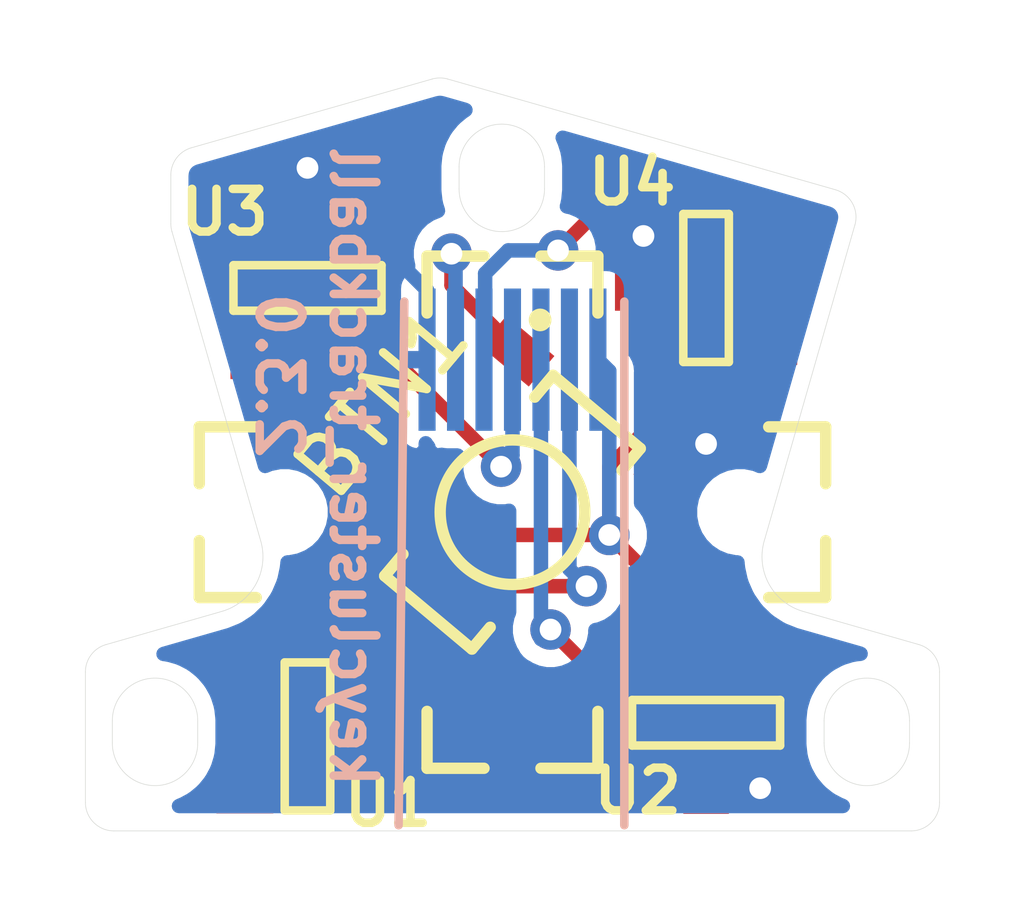
<source format=kicad_pcb>
(kicad_pcb (version 20171130) (host pcbnew 5.1.9-73d0e3b20d~88~ubuntu20.04.1)

  (general
    (thickness 1.6)
    (drawings 40)
    (tracks 64)
    (zones 0)
    (modules 7)
    (nets 8)
  )

  (page A3)
  (title_block
    (title "UHK Key Cluster Module - Trackball Board")
    (rev 2.3.0)
    (company "Ultimate Gadget Laboratories Kft.")
  )

  (layers
    (0 F.Cu signal)
    (31 B.Cu signal)
    (32 B.Adhes user)
    (33 F.Adhes user)
    (34 B.Paste user)
    (35 F.Paste user)
    (36 B.SilkS user)
    (37 F.SilkS user)
    (38 B.Mask user)
    (39 F.Mask user)
    (40 Dwgs.User user)
    (41 Cmts.User user)
    (42 Eco1.User user)
    (43 Eco2.User user hide)
    (44 Edge.Cuts user)
    (45 Margin user)
    (46 B.CrtYd user)
    (47 F.CrtYd user)
  )

  (setup
    (last_trace_width 0.2032)
    (user_trace_width 0.2032)
    (user_trace_width 0.254)
    (user_trace_width 0.3048)
    (user_trace_width 0.381)
    (trace_clearance 0.2032)
    (zone_clearance 0.3048)
    (zone_45_only no)
    (trace_min 0.2032)
    (via_size 1.0668)
    (via_drill 0.7112)
    (via_min_size 0.7112)
    (via_min_drill 0.381)
    (user_via 0.7112 0.381)
    (user_via 1.0668 0.7112)
    (uvia_size 0.7112)
    (uvia_drill 0.381)
    (uvias_allowed no)
    (uvia_min_size 0.508)
    (uvia_min_drill 0.127)
    (edge_width 0.01)
    (segment_width 0.1)
    (pcb_text_width 0.3)
    (pcb_text_size 1.5 1.5)
    (mod_edge_width 0.15)
    (mod_text_size 0.75 0.75)
    (mod_text_width 0.15)
    (pad_size 1.2 2.6)
    (pad_drill 0)
    (pad_to_mask_clearance 0)
    (aux_axis_origin 0 0)
    (visible_elements 7FFFEF7F)
    (pcbplotparams
      (layerselection 0x010fc_ffffffff)
      (usegerberextensions false)
      (usegerberattributes false)
      (usegerberadvancedattributes false)
      (creategerberjobfile false)
      (excludeedgelayer true)
      (linewidth 0.150000)
      (plotframeref false)
      (viasonmask false)
      (mode 1)
      (useauxorigin false)
      (hpglpennumber 1)
      (hpglpenspeed 20)
      (hpglpendiameter 15.000000)
      (psnegative false)
      (psa4output false)
      (plotreference true)
      (plotvalue true)
      (plotinvisibletext false)
      (padsonsilk false)
      (subtractmaskfromsilk true)
      (outputformat 1)
      (mirror false)
      (drillshape 0)
      (scaleselection 1)
      (outputdirectory "gerbers"))
  )

  (net 0 "")
  (net 1 GND)
  (net 2 /TB_BTN)
  (net 3 /TB_LEFT)
  (net 4 +3V3)
  (net 5 /TB_DOWN)
  (net 6 /TB_UP)
  (net 7 /TB_RIGHT)

  (net_class Default "This is the default net class."
    (clearance 0.2032)
    (trace_width 0.2032)
    (via_dia 1.0668)
    (via_drill 0.7112)
    (uvia_dia 0.7112)
    (uvia_drill 0.381)
    (diff_pair_width 0.254)
    (diff_pair_gap 0.254)
    (add_net +3V3)
    (add_net /TB_BTN)
    (add_net /TB_DOWN)
    (add_net /TB_LEFT)
    (add_net /TB_RIGHT)
    (add_net /TB_UP)
    (add_net GND)
  )

  (module UGL:FPC_Pads_7pin_0.5mm locked (layer B.Cu) (tedit 5EC59A7F) (tstamp 5F6E660B)
    (at 200 148.57 180)
    (path /5D0AD355)
    (attr virtual)
    (fp_text reference P8 (at 0 5.9) (layer B.SilkS) hide
      (effects (font (size 0.75 0.75) (thickness 0.15)) (justify mirror))
    )
    (fp_text value CONN_7 (at 0 -0.75) (layer B.SilkS) hide
      (effects (font (size 0.75 0.75) (thickness 0.15)) (justify mirror))
    )
    (pad 2 smd rect (at -1 1.25 180) (size 0.3 2.5) (layers B.Cu B.Mask)
      (net 3 /TB_LEFT) (clearance 0.1778))
    (pad 5 smd rect (at 0.5 1.25 180) (size 0.3 2.5) (layers B.Cu B.Mask)
      (net 7 /TB_RIGHT) (clearance 0.1778))
    (pad 3 smd rect (at -0.5 1.25 180) (size 0.3 2.5) (layers B.Cu B.Mask)
      (net 5 /TB_DOWN) (clearance 0.1778))
    (pad 4 smd rect (at 0 1.25 180) (size 0.3 2.5) (layers B.Cu B.Mask)
      (net 6 /TB_UP) (clearance 0.1778))
    (pad 1 smd rect (at -1.5 1.25 180) (size 0.3 2.5) (layers B.Cu B.Mask)
      (net 4 +3V3) (clearance 0.1778))
    (pad 6 smd rect (at 1 1.25 180) (size 0.3 2.5) (layers B.Cu B.Mask)
      (net 2 /TB_BTN) (clearance 0.1778))
    (pad 7 smd rect (at 1.5 1.25 180) (size 0.3 2.5) (layers B.Cu B.Mask)
      (net 1 GND) (clearance 0.1778))
  )

  (module UGL:SOT-23 locked (layer F.Cu) (tedit 5C6C5CCD) (tstamp 5E34357F)
    (at 196.4 146.06)
    (tags SOT23)
    (path /5E3461A3)
    (attr smd)
    (fp_text reference U3 (at -1.455 -1.3308) (layer F.SilkS)
      (effects (font (size 0.75 0.75) (thickness 0.15)))
    )
    (fp_text value TLE49681MXTSA1 (at 0 -2.667) (layer F.SilkS) hide
      (effects (font (size 0.75 0.75) (thickness 0.15)))
    )
    (fp_line (start -1.3 -0.4) (end -1.3 0.4) (layer F.SilkS) (width 0.15))
    (fp_line (start 1.3 -0.4) (end 1.3 0.4) (layer F.SilkS) (width 0.15))
    (fp_line (start 1.3 -0.4) (end -1.3 -0.4) (layer F.SilkS) (width 0.15))
    (fp_line (start -1.3 0.4) (end 1.3 0.4) (layer F.SilkS) (width 0.15))
    (pad 1 smd rect (at -0.9525 1.09982) (size 0.8001 1.00076) (layers F.Cu F.Paste F.Mask)
      (net 4 +3V3))
    (pad 2 smd rect (at 0.9525 1.09982) (size 0.8001 1.00076) (layers F.Cu F.Paste F.Mask)
      (net 6 /TB_UP))
    (pad 3 smd rect (at 0 -1.09982) (size 0.8001 1.00076) (layers F.Cu F.Paste F.Mask)
      (net 1 GND))
    (model smd\SOT23_3.wrl
      (at (xyz 0 0 0))
      (scale (xyz 0.4 0.4 0.4))
      (rotate (xyz 0 0 180))
    )
  )

  (module UGL:SOT-23 locked (layer F.Cu) (tedit 5C6C5CCD) (tstamp 5E3DC26D)
    (at 203.4 146.06 90)
    (tags SOT23)
    (path /5E3473A7)
    (attr smd)
    (fp_text reference U4 (at 1.86 -1.3 180) (layer F.SilkS)
      (effects (font (size 0.75 0.75) (thickness 0.15)))
    )
    (fp_text value TLE49681MXTSA1 (at 0 -2.667 90) (layer F.SilkS) hide
      (effects (font (size 0.75 0.75) (thickness 0.15)))
    )
    (fp_line (start -1.3 -0.4) (end -1.3 0.4) (layer F.SilkS) (width 0.15))
    (fp_line (start 1.3 -0.4) (end 1.3 0.4) (layer F.SilkS) (width 0.15))
    (fp_line (start 1.3 -0.4) (end -1.3 -0.4) (layer F.SilkS) (width 0.15))
    (fp_line (start -1.3 0.4) (end 1.3 0.4) (layer F.SilkS) (width 0.15))
    (pad 1 smd rect (at -0.9525 1.09982 90) (size 0.8001 1.00076) (layers F.Cu F.Paste F.Mask)
      (net 4 +3V3))
    (pad 2 smd rect (at 0.9525 1.09982 90) (size 0.8001 1.00076) (layers F.Cu F.Paste F.Mask)
      (net 7 /TB_RIGHT))
    (pad 3 smd rect (at 0 -1.09982 90) (size 0.8001 1.00076) (layers F.Cu F.Paste F.Mask)
      (net 1 GND))
    (model smd\SOT23_3.wrl
      (at (xyz 0 0 0))
      (scale (xyz 0.4 0.4 0.4))
      (rotate (xyz 0 0 180))
    )
  )

  (module UGL:SOT-23 locked (layer F.Cu) (tedit 5C6C5CCD) (tstamp 5E6D04A5)
    (at 203.4 153.7 180)
    (tags SOT23)
    (path /5E344F5E)
    (attr smd)
    (fp_text reference U2 (at 1.2 -1.2) (layer F.SilkS)
      (effects (font (size 0.75 0.75) (thickness 0.15)))
    )
    (fp_text value TLE49681MXTSA1 (at 0 -2.667) (layer F.SilkS) hide
      (effects (font (size 0.75 0.75) (thickness 0.15)))
    )
    (fp_line (start -1.3 -0.4) (end -1.3 0.4) (layer F.SilkS) (width 0.15))
    (fp_line (start 1.3 -0.4) (end 1.3 0.4) (layer F.SilkS) (width 0.15))
    (fp_line (start 1.3 -0.4) (end -1.3 -0.4) (layer F.SilkS) (width 0.15))
    (fp_line (start -1.3 0.4) (end 1.3 0.4) (layer F.SilkS) (width 0.15))
    (pad 1 smd rect (at -0.9525 1.09982 180) (size 0.8001 1.00076) (layers F.Cu F.Paste F.Mask)
      (net 4 +3V3))
    (pad 2 smd rect (at 0.9525 1.09982 180) (size 0.8001 1.00076) (layers F.Cu F.Paste F.Mask)
      (net 5 /TB_DOWN))
    (pad 3 smd rect (at 0 -1.09982 180) (size 0.8001 1.00076) (layers F.Cu F.Paste F.Mask)
      (net 1 GND))
    (model smd\SOT23_3.wrl
      (at (xyz 0 0 0))
      (scale (xyz 0.4 0.4 0.4))
      (rotate (xyz 0 0 180))
    )
  )

  (module UGL:SOT-23 locked (layer F.Cu) (tedit 5C6C5CCD) (tstamp 5E343569)
    (at 196.4 153.94 270)
    (tags SOT23)
    (path /5E34312E)
    (attr smd)
    (fp_text reference U1 (at 1.1778 -1.4152 180) (layer F.SilkS)
      (effects (font (size 0.75 0.75) (thickness 0.15)))
    )
    (fp_text value TLE49681MXTSA1 (at 0 -2.667 90) (layer F.SilkS) hide
      (effects (font (size 0.75 0.75) (thickness 0.15)))
    )
    (fp_line (start -1.3 0.4) (end 1.3 0.4) (layer F.SilkS) (width 0.15))
    (fp_line (start 1.3 -0.4) (end -1.3 -0.4) (layer F.SilkS) (width 0.15))
    (fp_line (start 1.3 -0.4) (end 1.3 0.4) (layer F.SilkS) (width 0.15))
    (fp_line (start -1.3 -0.4) (end -1.3 0.4) (layer F.SilkS) (width 0.15))
    (pad 3 smd rect (at 0 -1.09982 270) (size 0.8001 1.00076) (layers F.Cu F.Paste F.Mask)
      (net 1 GND))
    (pad 2 smd rect (at 0.9525 1.09982 270) (size 0.8001 1.00076) (layers F.Cu F.Paste F.Mask)
      (net 3 /TB_LEFT))
    (pad 1 smd rect (at -0.9525 1.09982 270) (size 0.8001 1.00076) (layers F.Cu F.Paste F.Mask)
      (net 4 +3V3))
    (model smd\SOT23_3.wrl
      (at (xyz 0 0 0))
      (scale (xyz 0.4 0.4 0.4))
      (rotate (xyz 0 0 180))
    )
  )

  (module UGL:BlackberryTrackball locked (layer F.Cu) (tedit 5D121E74) (tstamp 5D21D7E1)
    (at 200 150)
    (attr virtual)
    (fp_text reference REF** (at 0.4 -5.3) (layer F.SilkS) hide
      (effects (font (size 1 1) (thickness 0.15)))
    )
    (fp_text value BlackberryTrackball (at 0 5.4) (layer Eco1.User) hide
      (effects (font (size 1 1) (thickness 0.15)))
    )
    (fp_line (start 1.5 3.5) (end 1.5 4.5) (layer F.SilkS) (width 0.2))
    (fp_line (start 1.5 4.5) (end 0.5 4.5) (layer F.SilkS) (width 0.2))
    (fp_line (start -0.5 4.5) (end -1.5 4.5) (layer F.SilkS) (width 0.2))
    (fp_line (start -1.5 4.5) (end -1.5 3.5) (layer F.SilkS) (width 0.2))
    (fp_line (start 4.5 -1.5) (end 5.5 -1.5) (layer F.SilkS) (width 0.2))
    (fp_line (start 5.5 -1.5) (end 5.5 -0.5) (layer F.SilkS) (width 0.2))
    (fp_line (start 0.5 -4.5) (end 1.5 -4.5) (layer F.SilkS) (width 0.2))
    (fp_line (start 1.5 -4.5) (end 1.5 -3.5) (layer F.SilkS) (width 0.2))
    (fp_line (start -1.5 -3.5) (end -1.5 -4.5) (layer F.SilkS) (width 0.2))
    (fp_line (start -1.5 -4.5) (end -0.5 -4.5) (layer F.SilkS) (width 0.2))
    (fp_line (start 5.5 0.5) (end 5.5 1.5) (layer F.SilkS) (width 0.2))
    (fp_line (start 5.5 1.5) (end 4.5 1.5) (layer F.SilkS) (width 0.2))
    (fp_line (start -4.5 1.5) (end -5.5 1.5) (layer F.SilkS) (width 0.2))
    (fp_line (start -5.5 1.5) (end -5.5 0.5) (layer F.SilkS) (width 0.2))
    (fp_line (start -5.5 -0.5) (end -5.5 -1.5) (layer F.SilkS) (width 0.2))
    (fp_line (start -5.5 -1.5) (end -4.5 -1.5) (layer F.SilkS) (width 0.2))
    (fp_line (start -4 1.5) (end -4 2) (layer Cmts.User) (width 0.2))
    (fp_line (start -3 1.5) (end -3 2) (layer Cmts.User) (width 0.2))
    (fp_line (start 4 -1.5) (end 4 -2) (layer Cmts.User) (width 0.2))
    (fp_line (start 3 -1.5) (end 3 -2) (layer Cmts.User) (width 0.2))
    (fp_line (start 1.5 3) (end 2 3) (layer Cmts.User) (width 0.2))
    (fp_line (start 1.5 4) (end 2 4) (layer Cmts.User) (width 0.2))
    (fp_line (start -1.5 -4) (end -2 -4) (layer Cmts.User) (width 0.2))
    (fp_line (start -1.5 -3) (end -2 -3) (layer Cmts.User) (width 0.2))
    (fp_line (start 1.5 -1.5) (end 1.5 -4.5) (layer Cmts.User) (width 0.2))
    (fp_line (start 5.5 -1.5) (end 1.5 -1.5) (layer Cmts.User) (width 0.2))
    (fp_line (start 5.5 1.5) (end 5.5 -1.5) (layer Cmts.User) (width 0.2))
    (fp_line (start 1.5 1.5) (end 5.5 1.5) (layer Cmts.User) (width 0.2))
    (fp_line (start 1.5 4.5) (end 1.5 1.5) (layer Cmts.User) (width 0.2))
    (fp_line (start -1.5 4.5) (end 1.5 4.5) (layer Cmts.User) (width 0.2))
    (fp_line (start -1.5 1.5) (end -1.5 4.5) (layer Cmts.User) (width 0.2))
    (fp_line (start -5.5 1.5) (end -1.5 1.5) (layer Cmts.User) (width 0.2))
    (fp_line (start -5.5 -1.5) (end -5.5 1.5) (layer Cmts.User) (width 0.2))
    (fp_line (start -1.5 -1.5) (end -5.5 -1.5) (layer Cmts.User) (width 0.2))
    (fp_line (start -1.5 -4.5) (end -1.5 -1.5) (layer Cmts.User) (width 0.2))
    (fp_line (start 1.5 -4.5) (end -1.5 -4.5) (layer Cmts.User) (width 0.2))
    (fp_circle (center 0 0) (end 1.5 0) (layer Cmts.User) (width 0.2))
    (pad "" np_thru_hole circle (at 4 0) (size 0.9 0.9) (drill 0.9) (layers *.Cu *.Mask))
    (pad "" np_thru_hole circle (at -4 0) (size 0.9 0.9) (drill 0.9) (layers *.Cu *.Mask))
  )

  (module UGL:TL3315NFxxxQ locked (layer F.Cu) (tedit 5F744DB9) (tstamp 5F744FE8)
    (at 200 150 50)
    (path /5D13A78E)
    (attr smd)
    (fp_text reference BTN1 (at 0 -3 50) (layer F.SilkS)
      (effects (font (size 1 1) (thickness 0.15)))
    )
    (fp_text value TL3315NF100Q (at 0 3.1 50) (layer F.Fab)
      (effects (font (size 1 1) (thickness 0.15)))
    )
    (fp_circle (center 2.9 -1.8) (end 3 -1.8) (layer F.SilkS) (width 0.2))
    (fp_line (start 2.3 1) (end 2.3 -1) (layer F.SilkS) (width 0.2))
    (fp_line (start 1.8 1) (end 2.3 1) (layer F.SilkS) (width 0.2))
    (fp_line (start 2.3 -1) (end 1.8 -1) (layer F.SilkS) (width 0.2))
    (fp_line (start -2.3 1) (end -1.8 1) (layer F.SilkS) (width 0.2))
    (fp_line (start -2.3 -1) (end -2.3 1) (layer F.SilkS) (width 0.2))
    (fp_line (start -1.8 -1) (end -2.3 -1) (layer F.SilkS) (width 0.2))
    (fp_line (start 1.7 0.3) (end 1.7 1.3) (layer Cmts.User) (width 0.2))
    (fp_line (start 1.7 -0.5) (end 2 0.3) (layer Cmts.User) (width 0.2))
    (fp_line (start 1.7 -1.3) (end 1.7 -0.5) (layer Cmts.User) (width 0.2))
    (fp_line (start 2.25 2.25) (end 2.25 -2.25) (layer Cmts.User) (width 0.2))
    (fp_line (start -2.25 -2.25) (end -2.25 2.25) (layer Cmts.User) (width 0.2))
    (fp_line (start -2.25 2.25) (end 2.25 2.25) (layer Cmts.User) (width 0.2))
    (fp_line (start 2.25 -2.25) (end -2.25 -2.25) (layer Cmts.User) (width 0.2))
    (fp_circle (center 0 0) (end 1.27 0) (layer F.SilkS) (width 0.2))
    (pad 2 smd rect (at 2.225 1.75 50) (size 0.7 1.1) (layers F.Cu F.Paste F.Mask)
      (net 1 GND))
    (pad 3 smd rect (at -2.225 1.75 230) (size 0.7 1.1) (layers F.Cu F.Paste F.Mask))
    (pad 1 smd rect (at 2.225 -1.75 50) (size 0.7 1.1) (layers F.Cu F.Paste F.Mask)
      (net 2 /TB_BTN))
    (pad 4 smd rect (at -2.225 -1.75 230) (size 0.7 1.1) (layers F.Cu F.Paste F.Mask))
  )

  (gr_line (start 201.964082 146.3) (end 201.964082 155.5) (layer B.SilkS) (width 0.15))
  (gr_line (start 198.1 146.3) (end 198 155.5) (layer B.SilkS) (width 0.15))
  (gr_text keycluster_trackball (at 197.2 149.2 270) (layer B.SilkS) (tstamp 5E6D21D6)
    (effects (font (size 0.75 0.75) (thickness 0.15)) (justify mirror))
  )
  (gr_circle (center 196.3 153.94) (end 196.35 153.94) (layer Eco2.User) (width 0.1) (tstamp 5D5D4C91))
  (gr_circle (center 203.94 146.06) (end 203.99 146.06) (layer Eco2.User) (width 0.1) (tstamp 5D5D4C91))
  (gr_circle (center 203.94 153.94) (end 203.99 153.94) (layer Eco2.User) (width 0.1) (tstamp 5D5D4C91))
  (gr_circle (center 196.06 146.06) (end 196.11 146.06) (layer Eco2.User) (width 0.1))
  (gr_text 2.3.0 (at 195.9 147.6 270) (layer B.SilkS) (tstamp 5D2EFBFC)
    (effects (font (size 0.75 0.75) (thickness 0.15)) (justify mirror))
  )
  (gr_arc (start 194.500004 144.077151) (end 194.362639 143.596389) (angle -74.04666612) (layer Edge.Cuts) (width 0.01))
  (gr_arc (start 194.500002 144.929718) (end 194 144.92973) (angle -16.28978266) (layer Edge.Cuts) (width 0.01))
  (gr_arc (start 193.000003 152.806895) (end 192.862181 152.326264) (angle -73.99483282) (layer Edge.Cuts) (width 0.01))
  (gr_arc (start 192.999992 155.100005) (end 192.5 155.1) (angle -90.00219193) (layer Edge.Cuts) (width 0.01))
  (gr_arc (start 207.000008 155.100005) (end 207 155.6) (angle -90.00795646) (layer Edge.Cuts) (width 0.01))
  (gr_arc (start 206.999997 152.806895) (end 207.5 152.806895) (angle -74.00205761) (layer Edge.Cuts) (width 0.01))
  (gr_arc (start 206.222717 153.665717) (end 206.97271 153.66571) (angle -179.9978282) (layer Edge.Cuts) (width 0.01))
  (gr_line (start 206.97271 153.66571) (end 206.97271 154.054501) (angle 90) (layer Edge.Cuts) (width 0.01))
  (gr_arc (start 206.222725 154.05448) (end 205.47271 154.054501) (angle -179.9990721) (layer Edge.Cuts) (width 0.01))
  (gr_line (start 205.47271 154.054501) (end 205.47271 153.66571) (angle 90) (layer Edge.Cuts) (width 0.01))
  (gr_arc (start 193.72271 153.665717) (end 194.47271 153.66571) (angle -179.9989939) (layer Edge.Cuts) (width 0.01))
  (gr_line (start 194.47271 153.66571) (end 194.47271 154.054501) (angle 90) (layer Edge.Cuts) (width 0.01))
  (gr_arc (start 193.722717 154.05448) (end 192.97271 154.054501) (angle -179.9979064) (layer Edge.Cuts) (width 0.01))
  (gr_line (start 192.97271 154.054501) (end 192.97271 153.66571) (angle 90) (layer Edge.Cuts) (width 0.01))
  (gr_arc (start 199.812233 144.320227) (end 199.062217 144.320239) (angle -180.0005206) (layer Edge.Cuts) (width 0.01))
  (gr_line (start 199.062217 144.320239) (end 199.062217 143.931448) (angle 90) (layer Edge.Cuts) (width 0.01))
  (gr_arc (start 199.812225 143.931448) (end 200.562217 143.931448) (angle -179.9987111) (layer Edge.Cuts) (width 0.01))
  (gr_line (start 200.562217 143.931448) (end 200.562217 144.320239) (angle 90) (layer Edge.Cuts) (width 0.01))
  (gr_line (start 194.362639 143.596389) (end 198.58862 142.388966) (angle 90) (layer Edge.Cuts) (width 0.01))
  (gr_line (start 194 144.92973) (end 194 144.077151) (angle 90) (layer Edge.Cuts) (width 0.01))
  (gr_line (start 194.019369 145.067548) (end 195.57908 150.506907) (angle 90) (layer Edge.Cuts) (width 0.01))
  (gr_line (start 194.893456 151.743806) (end 192.862181 152.326264) (angle 90) (layer Edge.Cuts) (width 0.01))
  (gr_line (start 192.5 152.806895) (end 192.5 155.1) (angle 90) (layer Edge.Cuts) (width 0.01))
  (gr_line (start 193 155.6) (end 207 155.6) (angle 90) (layer Edge.Cuts) (width 0.01))
  (gr_line (start 207.5 155.1) (end 207.5 152.806895) (angle 90) (layer Edge.Cuts) (width 0.01))
  (gr_line (start 207.137819 152.326264) (end 205.106544 151.743806) (angle 90) (layer Edge.Cuts) (width 0.01))
  (gr_line (start 204.42092 150.506907) (end 206.013645 144.952413) (angle 90) (layer Edge.Cuts) (width 0.01))
  (gr_arc (start 194.617835 150.782546) (end 194.893456 151.743806) (angle -90.00852698) (layer Edge.Cuts) (width 0.01))
  (gr_arc (start 205.382173 150.782546) (end 204.42092 150.506907) (angle -90.00052091) (layer Edge.Cuts) (width 0.01))
  (gr_line (start 198.863341 142.388966) (end 205.670375 144.333832) (angle 90) (layer Edge.Cuts) (width 0.01))
  (gr_arc (start 205.533005 144.81461) (end 206.013645 144.952413) (angle -90.03339323) (layer Edge.Cuts) (width 0.01))
  (gr_arc (start 198.725983 142.869727) (end 198.863341 142.388966) (angle -31.87037096) (layer Edge.Cuts) (width 0.01))

  (via (at 196.4 143.95) (size 0.7112) (drill 0.381) (layers F.Cu B.Cu) (net 1))
  (segment (start 203.4 155.03982) (end 203.58982 154.85) (width 0.254) (layer F.Cu) (net 1))
  (via (at 204.35 154.85) (size 0.7112) (drill 0.381) (layers F.Cu B.Cu) (net 1))
  (segment (start 203.58982 154.85) (end 204.35 154.85) (width 0.254) (layer F.Cu) (net 1))
  (segment (start 196.4 144.96018) (end 196.4 143.95) (width 0.254) (layer F.Cu) (net 1))
  (segment (start 202.30018 146.06) (end 202.30018 145.14642) (width 0.254) (layer F.Cu) (net 1))
  (via (at 202.30018 145.14642) (size 0.7112) (drill 0.381) (layers F.Cu B.Cu) (net 1))
  (segment (start 197.49982 153.94) (end 202.64 153.94) (width 0.254) (layer F.Cu) (net 1))
  (segment (start 202.64 153.94) (end 203.3 154.6) (width 0.254) (layer F.Cu) (net 1))
  (via (at 203.4 148.8) (size 0.7112) (drill 0.381) (layers F.Cu B.Cu) (net 1))
  (segment (start 202.77078 149.420429) (end 202.779571 149.420429) (width 0.254) (layer F.Cu) (net 1))
  (segment (start 202.779571 149.420429) (end 203.4 148.8) (width 0.254) (layer F.Cu) (net 1))
  (segment (start 198.5 147.32) (end 198.5 146.1) (width 0.254) (layer B.Cu) (net 1))
  (segment (start 198.5 146.1) (end 196.4 144) (width 0.254) (layer B.Cu) (net 1))
  (segment (start 198.928713 146.009761) (end 198.928713 145.458056) (width 0.254) (layer F.Cu) (net 2))
  (segment (start 199 145.529343) (end 198.928713 145.458056) (width 0.254) (layer B.Cu) (net 2))
  (via (at 198.928713 145.458056) (size 0.7112) (drill 0.381) (layers F.Cu B.Cu) (net 2))
  (segment (start 200.089625 147.170673) (end 198.928713 146.009761) (width 0.254) (layer F.Cu) (net 2))
  (segment (start 199 147) (end 199 145.529343) (width 0.254) (layer B.Cu) (net 2))
  (segment (start 195.30018 154.8925) (end 195.30768 154.9) (width 0.254) (layer F.Cu) (net 3))
  (via (at 201.3 151.3) (size 0.7112) (drill 0.381) (layers F.Cu B.Cu) (net 3))
  (segment (start 198.645028 151.3) (end 195.3 154.645028) (width 0.254) (layer F.Cu) (net 3))
  (segment (start 201.3 151.3) (end 198.645028 151.3) (width 0.254) (layer F.Cu) (net 3))
  (segment (start 195.3 154.645028) (end 195.3 154.7) (width 0.254) (layer F.Cu) (net 3))
  (segment (start 201.4 151.4) (end 201.3 151.3) (width 0.254) (layer B.Cu) (net 3))
  (segment (start 201.3 151.3) (end 201.1 151.1) (width 0.254) (layer B.Cu) (net 3))
  (segment (start 201 147.32) (end 201 151) (width 0.254) (layer B.Cu) (net 3))
  (segment (start 201 151) (end 201.3 151.3) (width 0.254) (layer B.Cu) (net 3))
  (segment (start 195.4475 147.15982) (end 195.463509 147.15982) (width 0.3048) (layer F.Cu) (net 4))
  (segment (start 201.602894 150.5) (end 201.6 150.5) (width 0.3048) (layer F.Cu) (net 4))
  (via (at 201.7 150.4) (size 0.7112) (drill 0.381) (layers F.Cu B.Cu) (net 4))
  (segment (start 201.75 150.45) (end 201.7 150.45) (width 0.3048) (layer F.Cu) (net 4))
  (segment (start 201.7 150.45) (end 201.7 150.4) (width 0.3048) (layer F.Cu) (net 4))
  (segment (start 204.3525 152.84018) (end 204.14018 152.84018) (width 0.3048) (layer F.Cu) (net 4))
  (segment (start 195.30018 152.9875) (end 196.1125 152.9875) (width 0.254) (layer F.Cu) (net 4))
  (segment (start 196.1125 152.9875) (end 198.7 150.4) (width 0.254) (layer F.Cu) (net 4))
  (segment (start 201.7 150.4) (end 198.7 150.4) (width 0.254) (layer F.Cu) (net 4))
  (segment (start 198.7 150.4) (end 195.6 147.3) (width 0.254) (layer F.Cu) (net 4))
  (segment (start 201.7 149.206222) (end 203.806222 147.1) (width 0.254) (layer F.Cu) (net 4))
  (segment (start 201.7 150.4) (end 201.7 149.206222) (width 0.254) (layer F.Cu) (net 4))
  (segment (start 203.806222 147.1) (end 204.3 147.1) (width 0.254) (layer F.Cu) (net 4))
  (segment (start 201.7 150.4) (end 204.2 152.9) (width 0.254) (layer F.Cu) (net 4))
  (segment (start 201.5 147.32) (end 201.7 147.52) (width 0.254) (layer B.Cu) (net 4))
  (segment (start 201.7 147.52) (end 201.7 150.4) (width 0.254) (layer B.Cu) (net 4))
  (via (at 200.668411 152.061707) (size 0.7112) (drill 0.381) (layers F.Cu B.Cu) (net 5))
  (segment (start 201.206884 152.60018) (end 200.668411 152.061707) (width 0.254) (layer F.Cu) (net 5))
  (segment (start 202.4475 152.60018) (end 201.206884 152.60018) (width 0.254) (layer F.Cu) (net 5))
  (segment (start 200.5 152.230118) (end 200.668411 152.061707) (width 0.254) (layer B.Cu) (net 5))
  (segment (start 200.5 147.32) (end 200.5 151.9) (width 0.254) (layer B.Cu) (net 5))
  (segment (start 200.5 151.9) (end 200.6 152) (width 0.254) (layer B.Cu) (net 5))
  (via (at 199.8 149.2) (size 0.7112) (drill 0.381) (layers F.Cu B.Cu) (net 6))
  (segment (start 200 149) (end 199.8 149.2) (width 0.254) (layer B.Cu) (net 6))
  (segment (start 200 147.32) (end 200 149) (width 0.254) (layer B.Cu) (net 6))
  (segment (start 199.8 149.2) (end 197.8 147.2) (width 0.254) (layer F.Cu) (net 6))
  (segment (start 197.8 147.2) (end 197.5 147.2) (width 0.254) (layer F.Cu) (net 6))
  (segment (start 204.615 145.2552) (end 204.3938 145.034) (width 0.3048) (layer F.Cu) (net 7))
  (via (at 200.8 145.4) (size 0.7112) (drill 0.381) (layers F.Cu B.Cu) (net 7))
  (segment (start 199.519799 145.805839) (end 199.925638 145.4) (width 0.254) (layer B.Cu) (net 7))
  (segment (start 199.925638 145.4) (end 200.8 145.4) (width 0.254) (layer B.Cu) (net 7))
  (segment (start 199.519799 147.300201) (end 199.519799 145.805839) (width 0.254) (layer B.Cu) (net 7))
  (segment (start 199.5 147.32) (end 199.519799 147.300201) (width 0.254) (layer B.Cu) (net 7))
  (segment (start 204.49982 145.1075) (end 203.79232 144.4) (width 0.254) (layer F.Cu) (net 7))
  (segment (start 203.79232 144.4) (end 201.8 144.4) (width 0.254) (layer F.Cu) (net 7))
  (segment (start 201.8 144.4) (end 200.8 145.4) (width 0.254) (layer F.Cu) (net 7))

  (zone (net 1) (net_name GND) (layer B.Cu) (tstamp 5F6E6BDB) (hatch edge 0.508)
    (connect_pads (clearance 0.3048))
    (min_thickness 0.254)
    (fill yes (arc_segments 16) (thermal_gap 0.3048) (thermal_bridge_width 0.3048))
    (polygon
      (pts
        (xy 191 157) (xy 209 157) (xy 209 141) (xy 191 141)
      )
    )
    (filled_polygon
      (pts
        (xy 198.736197 142.809064) (xy 198.760716 142.813923) (xy 199.174956 142.932277) (xy 199.152281 142.947571) (xy 199.119157 142.969246)
        (xy 199.114432 142.973099) (xy 199.114428 142.973102) (xy 199.114424 142.973106) (xy 199.001645 143.0664) (xy 198.973734 143.094505)
        (xy 198.945464 143.122189) (xy 198.941576 143.126888) (xy 198.849061 143.240316) (xy 198.827143 143.273303) (xy 198.804785 143.305956)
        (xy 198.801883 143.311321) (xy 198.733162 143.440559) (xy 198.718083 143.477141) (xy 198.702478 143.513549) (xy 198.700674 143.519376)
        (xy 198.658365 143.6595) (xy 198.650675 143.698333) (xy 198.642444 143.737057) (xy 198.641806 143.743122) (xy 198.630954 143.853775)
        (xy 198.625417 143.909995) (xy 198.625417 144.341691) (xy 198.627576 144.363607) (xy 198.627576 144.373355) (xy 198.628214 144.379421)
        (xy 198.644535 144.524886) (xy 198.652761 144.563578) (xy 198.660457 144.602441) (xy 198.66226 144.608267) (xy 198.692509 144.703619)
        (xy 198.555739 144.760271) (xy 198.426775 144.846442) (xy 198.317099 144.956118) (xy 198.230928 145.085082) (xy 198.171572 145.22838)
        (xy 198.141313 145.380504) (xy 198.141313 145.535608) (xy 198.169419 145.67691) (xy 198.108944 145.709234) (xy 198.043194 145.763194)
        (xy 197.989234 145.828944) (xy 197.949139 145.903958) (xy 197.924448 145.985352) (xy 197.916111 146.07) (xy 197.9182 147.18665)
        (xy 198.02615 147.2946) (xy 198.416111 147.2946) (xy 198.416111 147.3454) (xy 198.02615 147.3454) (xy 197.9182 147.45335)
        (xy 197.916111 148.57) (xy 197.924448 148.654648) (xy 197.949139 148.736042) (xy 197.989234 148.811056) (xy 198.043194 148.876806)
        (xy 198.108944 148.930766) (xy 198.183958 148.970861) (xy 198.265352 148.995552) (xy 198.35 149.003889) (xy 198.36905 149.0018)
        (xy 198.477 148.89385) (xy 198.477 148.788167) (xy 198.489234 148.811056) (xy 198.523 148.8522) (xy 198.523 148.89385)
        (xy 198.63095 149.0018) (xy 198.65 149.003889) (xy 198.734648 148.995552) (xy 198.75 148.990895) (xy 198.765352 148.995552)
        (xy 198.85 149.003889) (xy 199.036183 149.003889) (xy 199.0126 149.122448) (xy 199.0126 149.277552) (xy 199.042859 149.429676)
        (xy 199.102215 149.572974) (xy 199.188386 149.701938) (xy 199.298062 149.811614) (xy 199.427026 149.897785) (xy 199.570324 149.957141)
        (xy 199.722448 149.9874) (xy 199.877552 149.9874) (xy 199.941201 149.97474) (xy 199.941201 151.759771) (xy 199.91127 151.832031)
        (xy 199.881011 151.984155) (xy 199.881011 152.139259) (xy 199.91127 152.291383) (xy 199.970626 152.434681) (xy 199.996121 152.472836)
        (xy 200.033128 152.542072) (xy 200.102958 152.62716) (xy 200.188046 152.69699) (xy 200.257282 152.733997) (xy 200.295437 152.759492)
        (xy 200.438735 152.818848) (xy 200.590859 152.849107) (xy 200.745963 152.849107) (xy 200.898087 152.818848) (xy 201.041385 152.759492)
        (xy 201.170349 152.673321) (xy 201.280025 152.563645) (xy 201.366196 152.434681) (xy 201.425552 152.291383) (xy 201.455811 152.139259)
        (xy 201.455811 152.071833) (xy 201.529676 152.057141) (xy 201.672974 151.997785) (xy 201.801938 151.911614) (xy 201.911614 151.801938)
        (xy 201.997785 151.672974) (xy 202.057141 151.529676) (xy 202.0874 151.377552) (xy 202.0874 151.222448) (xy 202.063393 151.101754)
        (xy 202.072974 151.097785) (xy 202.201938 151.011614) (xy 202.311614 150.901938) (xy 202.397785 150.772974) (xy 202.457141 150.629676)
        (xy 202.4874 150.477552) (xy 202.4874 150.322448) (xy 202.457141 150.170324) (xy 202.397785 150.027026) (xy 202.311614 149.898062)
        (xy 202.2588 149.845248) (xy 202.2588 147.547444) (xy 202.261503 147.52) (xy 202.250714 147.410455) (xy 202.218761 147.305123)
        (xy 202.218761 147.305122) (xy 202.166873 147.208046) (xy 202.097043 147.122957) (xy 202.083889 147.112162) (xy 202.083889 146.07)
        (xy 202.075552 145.985352) (xy 202.050861 145.903958) (xy 202.010766 145.828944) (xy 201.956806 145.763194) (xy 201.891056 145.709234)
        (xy 201.816042 145.669139) (xy 201.734648 145.644448) (xy 201.65 145.636111) (xy 201.554476 145.636111) (xy 201.557141 145.629676)
        (xy 201.5874 145.477552) (xy 201.5874 145.322448) (xy 201.557141 145.170324) (xy 201.497785 145.027026) (xy 201.411614 144.898062)
        (xy 201.301938 144.788386) (xy 201.172974 144.702215) (xy 201.029676 144.642859) (xy 200.95528 144.628061) (xy 200.966129 144.592125)
        (xy 200.973814 144.553309) (xy 200.982048 144.514565) (xy 200.982685 144.5085) (xy 200.996965 144.362821) (xy 200.996965 144.362525)
        (xy 200.999017 144.341692) (xy 200.999017 143.909995) (xy 200.99686 143.888095) (xy 200.99686 143.878378) (xy 200.996223 143.872312)
        (xy 200.97991 143.726852) (xy 200.971677 143.688118) (xy 200.963991 143.649296) (xy 200.962188 143.643469) (xy 200.917933 143.503946)
        (xy 200.902347 143.467579) (xy 200.887252 143.430953) (xy 200.884351 143.425588) (xy 200.881147 143.41976) (xy 205.529787 144.747943)
        (xy 205.560906 144.760242) (xy 205.570931 144.766694) (xy 205.579519 144.774977) (xy 205.58633 144.784763) (xy 205.591112 144.795691)
        (xy 205.59368 144.807339) (xy 205.593937 144.819257) (xy 205.588422 144.850652) (xy 204.344624 149.188294) (xy 204.257212 149.152087)
        (xy 204.08685 149.1182) (xy 203.91315 149.1182) (xy 203.742788 149.152087) (xy 203.582311 149.218559) (xy 203.437885 149.315061)
        (xy 203.315061 149.437885) (xy 203.218559 149.582311) (xy 203.152087 149.742788) (xy 203.1182 149.91315) (xy 203.1182 150.08685)
        (xy 203.152087 150.257212) (xy 203.218559 150.417689) (xy 203.315061 150.562115) (xy 203.437885 150.684939) (xy 203.582311 150.781441)
        (xy 203.742788 150.847913) (xy 203.91315 150.8818) (xy 203.951919 150.8818) (xy 203.952512 150.910107) (xy 203.957197 150.94939)
        (xy 203.961338 150.988786) (xy 203.962606 150.994752) (xy 204.004515 151.185364) (xy 204.016751 151.223023) (xy 204.028456 151.260835)
        (xy 204.030856 151.266434) (xy 204.030858 151.26644) (xy 204.030859 151.266441) (xy 204.108994 151.445281) (xy 204.128282 151.479793)
        (xy 204.147138 151.514665) (xy 204.150584 151.519697) (xy 204.261968 151.679955) (xy 204.287617 151.710092) (xy 204.312861 151.740606)
        (xy 204.317218 151.744874) (xy 204.457608 151.880446) (xy 204.488655 151.905053) (xy 204.519315 151.930058) (xy 204.524418 151.933398)
        (xy 204.688467 152.039119) (xy 204.723677 152.057214) (xy 204.758633 152.0758) (xy 204.764288 152.078085) (xy 204.941144 152.148106)
        (xy 204.965524 152.157771) (xy 206.114822 152.487327) (xy 206.026285 152.49663) (xy 205.987542 152.504582) (xy 205.948617 152.512006)
        (xy 205.94278 152.513768) (xy 205.942774 152.51377) (xy 205.802948 152.557049) (xy 205.766419 152.572403) (xy 205.729744 152.58722)
        (xy 205.724359 152.590082) (xy 205.595601 152.659697) (xy 205.562731 152.681867) (xy 205.529655 152.70351) (xy 205.524928 152.707364)
        (xy 205.524925 152.707366) (xy 205.524922 152.707369) (xy 205.412143 152.800662) (xy 205.384249 152.828751) (xy 205.355958 152.856454)
        (xy 205.35207 152.861153) (xy 205.259555 152.974581) (xy 205.237636 153.00757) (xy 205.215281 153.040217) (xy 205.212379 153.045582)
        (xy 205.143657 153.174819) (xy 205.128564 153.211435) (xy 205.112972 153.247812) (xy 205.111168 153.253638) (xy 205.068858 153.393763)
        (xy 205.061172 153.432577) (xy 205.052936 153.471319) (xy 205.052298 153.477384) (xy 205.040846 153.594148) (xy 205.03591 153.644257)
        (xy 205.03591 154.075953) (xy 205.038068 154.097861) (xy 205.038068 154.107589) (xy 205.038706 154.113655) (xy 205.055024 154.25912)
        (xy 205.063251 154.297824) (xy 205.070946 154.33668) (xy 205.072749 154.342507) (xy 205.117011 154.482031) (xy 205.132605 154.518412)
        (xy 205.147695 154.555023) (xy 205.150596 154.560388) (xy 205.221116 154.688658) (xy 205.243486 154.721327) (xy 205.265389 154.754293)
        (xy 205.269276 154.758992) (xy 205.363366 154.871123) (xy 205.391637 154.898808) (xy 205.419551 154.926916) (xy 205.424278 154.930771)
        (xy 205.538357 155.02249) (xy 205.571489 155.04417) (xy 205.604305 155.066304) (xy 205.60969 155.069168) (xy 205.739411 155.136982)
        (xy 205.776117 155.151811) (xy 205.803211 155.1632) (xy 194.14236 155.1632) (xy 194.142515 155.163152) (xy 194.179034 155.147801)
        (xy 194.215715 155.132981) (xy 194.221101 155.130118) (xy 194.349861 155.060499) (xy 194.382683 155.038361) (xy 194.415808 155.016684)
        (xy 194.420534 155.01283) (xy 194.533319 154.919528) (xy 194.561181 154.891471) (xy 194.589502 154.863737) (xy 194.59339 154.859037)
        (xy 194.685904 154.745605) (xy 194.707811 154.712632) (xy 194.730178 154.679967) (xy 194.733079 154.674602) (xy 194.8018 154.545361)
        (xy 194.816897 154.508734) (xy 194.832483 154.472369) (xy 194.834283 154.466554) (xy 194.834287 154.466545) (xy 194.834289 154.466536)
        (xy 194.876596 154.326414) (xy 194.884286 154.287576) (xy 194.892516 154.248857) (xy 194.893154 154.242791) (xy 194.907439 154.097114)
        (xy 194.907439 154.09698) (xy 194.90951 154.075954) (xy 194.90951 153.644257) (xy 194.907352 153.622348) (xy 194.907352 153.612631)
        (xy 194.906715 153.606565) (xy 194.8904 153.461103) (xy 194.882173 153.422398) (xy 194.87448 153.383544) (xy 194.872677 153.377717)
        (xy 194.828419 153.238194) (xy 194.812822 153.201803) (xy 194.797737 153.165205) (xy 194.794837 153.15984) (xy 194.724322 153.03157)
        (xy 194.70194 152.998882) (xy 194.680047 152.96593) (xy 194.676159 152.96123) (xy 194.582072 152.8491) (xy 194.553805 152.821419)
        (xy 194.525891 152.793309) (xy 194.521165 152.789454) (xy 194.40709 152.697734) (xy 194.373959 152.676054) (xy 194.341145 152.65392)
        (xy 194.33576 152.651056) (xy 194.206044 152.58324) (xy 194.169336 152.568408) (xy 194.132838 152.553066) (xy 194.127005 152.551305)
        (xy 194.127003 152.551304) (xy 194.127001 152.551304) (xy 194.126999 152.551303) (xy 193.98658 152.509975) (xy 193.947689 152.502556)
        (xy 193.908916 152.494597) (xy 193.902846 152.494001) (xy 193.871768 152.491172) (xy 195.034476 152.157772) (xy 195.05223 152.150733)
        (xy 195.058314 152.149034) (xy 195.063985 152.146788) (xy 195.244929 152.073654) (xy 195.280046 152.05529) (xy 195.315344 152.037453)
        (xy 195.320471 152.034149) (xy 195.483763 151.927263) (xy 195.514601 151.902462) (xy 195.545807 151.878074) (xy 195.550194 151.873836)
        (xy 195.689616 151.737267) (xy 195.715021 151.706983) (xy 195.740923 151.676966) (xy 195.744403 151.671957) (xy 195.854643 151.51091)
        (xy 195.87372 151.476198) (xy 195.893261 151.441788) (xy 195.895703 151.436199) (xy 195.972562 151.256807) (xy 195.984537 151.219037)
        (xy 195.997017 151.181504) (xy 195.998327 151.175547) (xy 196.038879 150.984641) (xy 196.043288 150.945287) (xy 196.048243 150.90602)
        (xy 196.04837 150.899923) (xy 196.048621 150.8818) (xy 196.08685 150.8818) (xy 196.257212 150.847913) (xy 196.417689 150.781441)
        (xy 196.562115 150.684939) (xy 196.684939 150.562115) (xy 196.781441 150.417689) (xy 196.847913 150.257212) (xy 196.8818 150.08685)
        (xy 196.8818 149.91315) (xy 196.847913 149.742788) (xy 196.781441 149.582311) (xy 196.684939 149.437885) (xy 196.562115 149.315061)
        (xy 196.417689 149.218559) (xy 196.257212 149.152087) (xy 196.08685 149.1182) (xy 195.91315 149.1182) (xy 195.742788 149.152087)
        (xy 195.655376 149.188294) (xy 194.445559 144.969161) (xy 194.43696 144.923616) (xy 194.4368 144.920011) (xy 194.4368 144.098509)
        (xy 194.440063 144.065275) (xy 194.443512 144.053857) (xy 194.449111 144.04333) (xy 194.456653 144.034086) (xy 194.465841 144.026487)
        (xy 194.483689 144.016839) (xy 194.49519 144.012796) (xy 198.688161 142.814805) (xy 198.72095 142.808831)
      )
    )
  )
)

</source>
